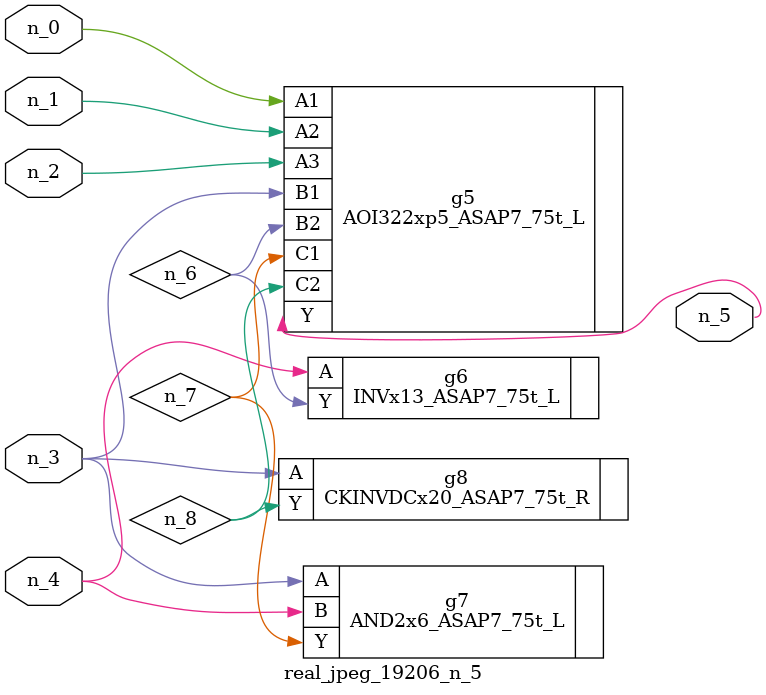
<source format=v>
module real_jpeg_19206_n_5 (n_4, n_0, n_1, n_2, n_3, n_5);

input n_4;
input n_0;
input n_1;
input n_2;
input n_3;

output n_5;

wire n_8;
wire n_6;
wire n_7;

AOI322xp5_ASAP7_75t_L g5 ( 
.A1(n_0),
.A2(n_1),
.A3(n_2),
.B1(n_3),
.B2(n_6),
.C1(n_7),
.C2(n_8),
.Y(n_5)
);

AND2x6_ASAP7_75t_L g7 ( 
.A(n_3),
.B(n_4),
.Y(n_7)
);

CKINVDCx20_ASAP7_75t_R g8 ( 
.A(n_3),
.Y(n_8)
);

INVx13_ASAP7_75t_L g6 ( 
.A(n_4),
.Y(n_6)
);


endmodule
</source>
